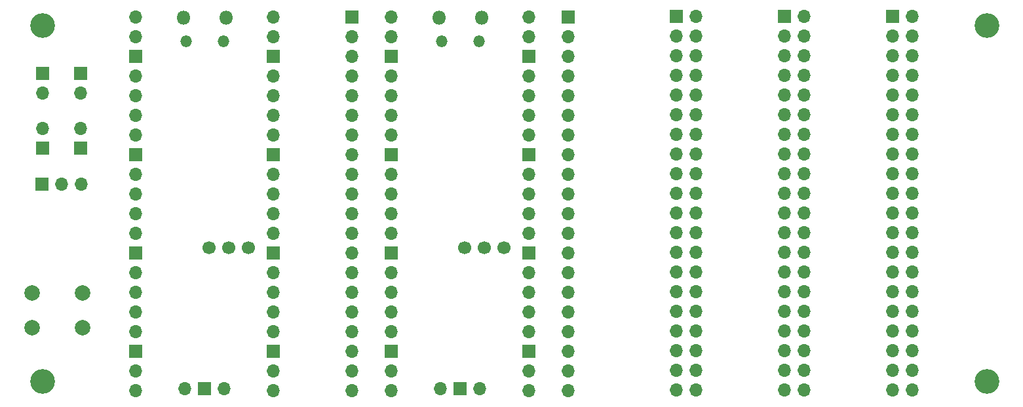
<source format=gbr>
%TF.GenerationSoftware,KiCad,Pcbnew,7.0.7*%
%TF.CreationDate,2023-09-07T20:52:16+09:00*%
%TF.ProjectId,KiCad,4b694361-642e-46b6-9963-61645f706362,rev?*%
%TF.SameCoordinates,PX41cdb40PY67f3540*%
%TF.FileFunction,Soldermask,Bot*%
%TF.FilePolarity,Negative*%
%FSLAX46Y46*%
G04 Gerber Fmt 4.6, Leading zero omitted, Abs format (unit mm)*
G04 Created by KiCad (PCBNEW 7.0.7) date 2023-09-07 20:52:16*
%MOMM*%
%LPD*%
G01*
G04 APERTURE LIST*
%ADD10C,3.200000*%
%ADD11R,1.700000X1.700000*%
%ADD12O,1.700000X1.700000*%
%ADD13O,1.800000X1.800000*%
%ADD14O,1.500000X1.500000*%
%ADD15C,1.700000*%
%ADD16C,2.000000*%
G04 APERTURE END LIST*
D10*
%TO.C,H2*%
X4000000Y50000000D03*
%TD*%
D11*
%TO.C,JP3*%
X4000000Y34197000D03*
D12*
X4000000Y36737000D03*
%TD*%
D11*
%TO.C,J4*%
X44030000Y51100000D03*
D12*
X44030000Y48560000D03*
X44030000Y46020000D03*
X44030000Y43480000D03*
X44030000Y40940000D03*
X44030000Y38400000D03*
X44030000Y35860000D03*
X44030000Y33320000D03*
X44030000Y30780000D03*
X44030000Y28240000D03*
X44030000Y25700000D03*
X44030000Y23160000D03*
X44030000Y20620000D03*
X44030000Y18080000D03*
X44030000Y15540000D03*
X44030000Y13000000D03*
X44030000Y10460000D03*
X44030000Y7920000D03*
X44030000Y5380000D03*
X44030000Y2840000D03*
%TD*%
D11*
%TO.C,JP1*%
X8978000Y43849000D03*
D12*
X8978000Y41309000D03*
%TD*%
D11*
%TO.C,J1*%
X113875000Y51215000D03*
D12*
X113875000Y48675000D03*
X113875000Y46135000D03*
X113875000Y43595000D03*
X113875000Y41055000D03*
X113875000Y38515000D03*
X113875000Y35975000D03*
X113875000Y33435000D03*
X113875000Y30895000D03*
X113875000Y28355000D03*
X113875000Y25815000D03*
X113875000Y23275000D03*
X113875000Y20735000D03*
X113875000Y18195000D03*
X113875000Y15655000D03*
X113875000Y13115000D03*
X113875000Y10575000D03*
X113875000Y8035000D03*
X113875000Y5495000D03*
X113875000Y2955000D03*
X116415000Y2955000D03*
X116415000Y5495000D03*
X116415000Y8035000D03*
X116415000Y10575000D03*
X116415000Y13115000D03*
X116415000Y15655000D03*
X116415000Y18195000D03*
X116415000Y20735000D03*
X116415000Y23275000D03*
X116415000Y25815000D03*
X116415000Y28355000D03*
X116415000Y30895000D03*
X116415000Y33435000D03*
X116415000Y35975000D03*
X116415000Y38515000D03*
X116415000Y41055000D03*
X116415000Y43595000D03*
X116415000Y46135000D03*
X116415000Y48675000D03*
X116415000Y51215000D03*
%TD*%
D13*
%TO.C,U1*%
X55275000Y51000000D03*
D14*
X55575000Y47970000D03*
X60425000Y47970000D03*
D13*
X60725000Y51000000D03*
D12*
X49110000Y51130000D03*
X49110000Y48590000D03*
D11*
X49110000Y46050000D03*
D12*
X49110000Y43510000D03*
X49110000Y40970000D03*
X49110000Y38430000D03*
X49110000Y35890000D03*
D11*
X49110000Y33350000D03*
D12*
X49110000Y30810000D03*
X49110000Y28270000D03*
X49110000Y25730000D03*
X49110000Y23190000D03*
D11*
X49110000Y20650000D03*
D12*
X49110000Y18110000D03*
X49110000Y15570000D03*
X49110000Y13030000D03*
X49110000Y10490000D03*
D11*
X49110000Y7950000D03*
D12*
X49110000Y5410000D03*
X49110000Y2870000D03*
X66890000Y2870000D03*
X66890000Y5410000D03*
D11*
X66890000Y7950000D03*
D12*
X66890000Y10490000D03*
X66890000Y13030000D03*
X66890000Y15570000D03*
X66890000Y18110000D03*
D11*
X66890000Y20650000D03*
D12*
X66890000Y23190000D03*
X66890000Y25730000D03*
X66890000Y28270000D03*
X66890000Y30810000D03*
D11*
X66890000Y33350000D03*
D12*
X66890000Y35890000D03*
X66890000Y38430000D03*
X66890000Y40970000D03*
X66890000Y43510000D03*
D11*
X66890000Y46050000D03*
D12*
X66890000Y48590000D03*
X66890000Y51130000D03*
X55460000Y3100000D03*
D15*
X58550000Y21300000D03*
D11*
X58000000Y3100000D03*
D15*
X61100000Y21300000D03*
D12*
X60540000Y3100000D03*
D15*
X63650000Y21300000D03*
%TD*%
D11*
%TO.C,JP4*%
X8978000Y34197000D03*
D12*
X8978000Y36737000D03*
%TD*%
D16*
%TO.C,SW1*%
X2680000Y15492000D03*
X9180000Y15492000D03*
X2680000Y10992000D03*
X9180000Y10992000D03*
%TD*%
D11*
%TO.C,J2*%
X99910000Y51215000D03*
D12*
X99910000Y48675000D03*
X99910000Y46135000D03*
X99910000Y43595000D03*
X99910000Y41055000D03*
X99910000Y38515000D03*
X99910000Y35975000D03*
X99910000Y33435000D03*
X99910000Y30895000D03*
X99910000Y28355000D03*
X99910000Y25815000D03*
X99910000Y23275000D03*
X99910000Y20735000D03*
X99910000Y18195000D03*
X99910000Y15655000D03*
X99910000Y13115000D03*
X99910000Y10575000D03*
X99910000Y8035000D03*
X99910000Y5495000D03*
X99910000Y2955000D03*
X102450000Y2955000D03*
X102450000Y5495000D03*
X102450000Y8035000D03*
X102450000Y10575000D03*
X102450000Y13115000D03*
X102450000Y15655000D03*
X102450000Y18195000D03*
X102450000Y20735000D03*
X102450000Y23275000D03*
X102450000Y25815000D03*
X102450000Y28355000D03*
X102450000Y30895000D03*
X102450000Y33435000D03*
X102450000Y35975000D03*
X102450000Y38515000D03*
X102450000Y41055000D03*
X102450000Y43595000D03*
X102450000Y46135000D03*
X102450000Y48675000D03*
X102450000Y51215000D03*
%TD*%
D10*
%TO.C,H4*%
X126000000Y4000000D03*
%TD*%
D11*
%TO.C,J6*%
X3960000Y29498000D03*
D12*
X6500000Y29498000D03*
X9040000Y29498000D03*
%TD*%
D11*
%TO.C,J3*%
X85935000Y51215000D03*
D12*
X85935000Y48675000D03*
X85935000Y46135000D03*
X85935000Y43595000D03*
X85935000Y41055000D03*
X85935000Y38515000D03*
X85935000Y35975000D03*
X85935000Y33435000D03*
X85935000Y30895000D03*
X85935000Y28355000D03*
X85935000Y25815000D03*
X85935000Y23275000D03*
X85935000Y20735000D03*
X85935000Y18195000D03*
X85935000Y15655000D03*
X85935000Y13115000D03*
X85935000Y10575000D03*
X85935000Y8035000D03*
X85935000Y5495000D03*
X85935000Y2955000D03*
X88475000Y2955000D03*
X88475000Y5495000D03*
X88475000Y8035000D03*
X88475000Y10575000D03*
X88475000Y13115000D03*
X88475000Y15655000D03*
X88475000Y18195000D03*
X88475000Y20735000D03*
X88475000Y23275000D03*
X88475000Y25815000D03*
X88475000Y28355000D03*
X88475000Y30895000D03*
X88475000Y33435000D03*
X88475000Y35975000D03*
X88475000Y38515000D03*
X88475000Y41055000D03*
X88475000Y43595000D03*
X88475000Y46135000D03*
X88475000Y48675000D03*
X88475000Y51215000D03*
%TD*%
D11*
%TO.C,JP2*%
X4000000Y43849000D03*
D12*
X4000000Y41309000D03*
%TD*%
D11*
%TO.C,J5*%
X71970000Y51100000D03*
D12*
X71970000Y48560000D03*
X71970000Y46020000D03*
X71970000Y43480000D03*
X71970000Y40940000D03*
X71970000Y38400000D03*
X71970000Y35860000D03*
X71970000Y33320000D03*
X71970000Y30780000D03*
X71970000Y28240000D03*
X71970000Y25700000D03*
X71970000Y23160000D03*
X71970000Y20620000D03*
X71970000Y18080000D03*
X71970000Y15540000D03*
X71970000Y13000000D03*
X71970000Y10460000D03*
X71970000Y7920000D03*
X71970000Y5380000D03*
X71970000Y2840000D03*
%TD*%
D10*
%TO.C,H1*%
X126000000Y50000000D03*
%TD*%
D13*
%TO.C,U2*%
X22255000Y51000000D03*
D14*
X22555000Y47970000D03*
X27405000Y47970000D03*
D13*
X27705000Y51000000D03*
D12*
X16090000Y51130000D03*
X16090000Y48590000D03*
D11*
X16090000Y46050000D03*
D12*
X16090000Y43510000D03*
X16090000Y40970000D03*
X16090000Y38430000D03*
X16090000Y35890000D03*
D11*
X16090000Y33350000D03*
D12*
X16090000Y30810000D03*
X16090000Y28270000D03*
X16090000Y25730000D03*
X16090000Y23190000D03*
D11*
X16090000Y20650000D03*
D12*
X16090000Y18110000D03*
X16090000Y15570000D03*
X16090000Y13030000D03*
X16090000Y10490000D03*
D11*
X16090000Y7950000D03*
D12*
X16090000Y5410000D03*
X16090000Y2870000D03*
X33870000Y2870000D03*
X33870000Y5410000D03*
D11*
X33870000Y7950000D03*
D12*
X33870000Y10490000D03*
X33870000Y13030000D03*
X33870000Y15570000D03*
X33870000Y18110000D03*
D11*
X33870000Y20650000D03*
D12*
X33870000Y23190000D03*
X33870000Y25730000D03*
X33870000Y28270000D03*
X33870000Y30810000D03*
D11*
X33870000Y33350000D03*
D12*
X33870000Y35890000D03*
X33870000Y38430000D03*
X33870000Y40970000D03*
X33870000Y43510000D03*
D11*
X33870000Y46050000D03*
D12*
X33870000Y48590000D03*
X33870000Y51130000D03*
X22440000Y3100000D03*
D15*
X25530000Y21300000D03*
D11*
X24980000Y3100000D03*
D15*
X28080000Y21300000D03*
D12*
X27520000Y3100000D03*
D15*
X30630000Y21300000D03*
%TD*%
D10*
%TO.C,H3*%
X4000000Y4000000D03*
%TD*%
M02*

</source>
